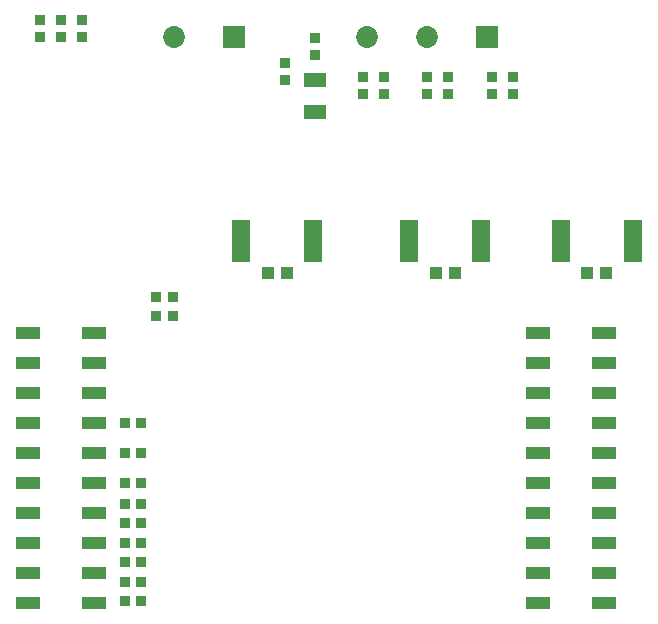
<source format=gbs>
%FSLAX25Y25*%
%MOIN*%
G70*
G01*
G75*
G04 Layer_Color=16711935*
%ADD10R,0.02500X0.04200*%
%ADD11R,0.02362X0.05906*%
%ADD12R,0.08500X0.10799*%
%ADD13R,0.07874X0.16142*%
%ADD14R,0.06299X0.12598*%
%ADD15R,0.20472X0.19685*%
%ADD16R,0.03000X0.05000*%
%ADD17R,0.06000X0.05000*%
%ADD18R,0.10000X0.06500*%
%ADD19R,0.04000X0.01500*%
%ADD20R,0.01100X0.05800*%
%ADD21R,0.25197X0.14173*%
%ADD22R,0.03347X0.03150*%
%ADD23R,0.03150X0.03347*%
%ADD24R,0.05512X0.04331*%
%ADD25R,0.04331X0.10236*%
%ADD26R,0.10236X0.04331*%
%ADD27C,0.01000*%
%ADD28C,0.02000*%
%ADD29C,0.10000*%
%ADD30C,0.06890*%
%ADD31R,0.06890X0.06890*%
%ADD32C,0.02500*%
%ADD33R,0.01000X0.01000*%
%ADD34R,0.07874X0.03937*%
%ADD35R,0.05906X0.13780*%
%ADD36R,0.03937X0.03740*%
%ADD37R,0.01000X0.01000*%
%ADD38R,0.06890X0.04331*%
%ADD39C,0.00984*%
%ADD40C,0.00787*%
%ADD41C,0.00700*%
%ADD42C,0.00600*%
%ADD43C,0.00300*%
%ADD44R,0.02000X0.16400*%
%ADD45R,0.20600X0.19813*%
%ADD46R,0.03300X0.05300*%
%ADD47R,0.02900X0.04600*%
%ADD48R,0.02762X0.06306*%
%ADD49R,0.08900X0.11199*%
%ADD50R,0.08274X0.16542*%
%ADD51R,0.06699X0.12998*%
%ADD52R,0.06400X0.05400*%
%ADD53R,0.10400X0.06900*%
%ADD54R,0.04400X0.01900*%
%ADD55R,0.01500X0.06200*%
%ADD56R,0.25597X0.14573*%
%ADD57R,0.03747X0.03550*%
%ADD58R,0.03550X0.03747*%
%ADD59R,0.05912X0.04731*%
%ADD60R,0.04731X0.10636*%
%ADD61R,0.10636X0.04731*%
%ADD62C,0.07290*%
%ADD63R,0.07290X0.07290*%
%ADD64R,0.08200X0.04263*%
%ADD65R,0.06306X0.14179*%
%ADD66R,0.04337X0.04140*%
%ADD67R,0.07290X0.04731*%
D57*
X99500Y199244D02*
D03*
Y204756D02*
D03*
X18000Y219256D02*
D03*
Y213744D02*
D03*
X109500Y207744D02*
D03*
Y213256D02*
D03*
X32000Y219256D02*
D03*
Y213744D02*
D03*
X25000Y213744D02*
D03*
Y219256D02*
D03*
X132500Y200256D02*
D03*
Y194744D02*
D03*
X125500Y200256D02*
D03*
Y194744D02*
D03*
X154000Y200256D02*
D03*
Y194744D02*
D03*
X147000Y200256D02*
D03*
Y194744D02*
D03*
X175500Y200256D02*
D03*
Y194744D02*
D03*
X168500Y200256D02*
D03*
Y194744D02*
D03*
D58*
X62256Y120500D02*
D03*
X56744D02*
D03*
X62256Y127000D02*
D03*
X56744D02*
D03*
X46244Y25500D02*
D03*
X51756D02*
D03*
X46244Y38500D02*
D03*
X51756D02*
D03*
X46244Y51500D02*
D03*
X51756D02*
D03*
X46244Y58000D02*
D03*
X51756D02*
D03*
X46244Y45000D02*
D03*
X51756D02*
D03*
X46244Y32000D02*
D03*
X51756D02*
D03*
X46244Y85000D02*
D03*
X51756D02*
D03*
X46244Y75000D02*
D03*
X51756D02*
D03*
X46244Y65000D02*
D03*
X51756D02*
D03*
D62*
X62500Y213500D02*
D03*
X147020D02*
D03*
X127020D02*
D03*
D63*
X82500D02*
D03*
X167019D02*
D03*
D64*
X13950Y25000D02*
D03*
X36050D02*
D03*
X13950Y35000D02*
D03*
X36050D02*
D03*
X13950Y45000D02*
D03*
X36050D02*
D03*
X13950Y55000D02*
D03*
X36050D02*
D03*
X13950Y65000D02*
D03*
X36050D02*
D03*
X13950Y75000D02*
D03*
X36050D02*
D03*
X13950Y85000D02*
D03*
X36050D02*
D03*
X13950Y95000D02*
D03*
X36050D02*
D03*
X13950Y105000D02*
D03*
X36050D02*
D03*
X13950Y115000D02*
D03*
X36050D02*
D03*
X183950Y25000D02*
D03*
X206050D02*
D03*
X183950Y35000D02*
D03*
X206050D02*
D03*
X183950Y45000D02*
D03*
X206050D02*
D03*
X183950Y55000D02*
D03*
X206050D02*
D03*
X183950Y65000D02*
D03*
X206050D02*
D03*
X183950Y75000D02*
D03*
X206050D02*
D03*
X183950Y85000D02*
D03*
X206050D02*
D03*
X183950Y95000D02*
D03*
X206050D02*
D03*
X183950Y105000D02*
D03*
X206050D02*
D03*
X183950Y115000D02*
D03*
X206050D02*
D03*
D65*
X140992Y145500D02*
D03*
X165008D02*
D03*
X191492D02*
D03*
X215508D02*
D03*
X84992D02*
D03*
X109008D02*
D03*
D66*
X149850Y135000D02*
D03*
X156150D02*
D03*
X93850D02*
D03*
X100150D02*
D03*
X200350D02*
D03*
X206650D02*
D03*
D67*
X109500Y199315D02*
D03*
Y188685D02*
D03*
M02*

</source>
